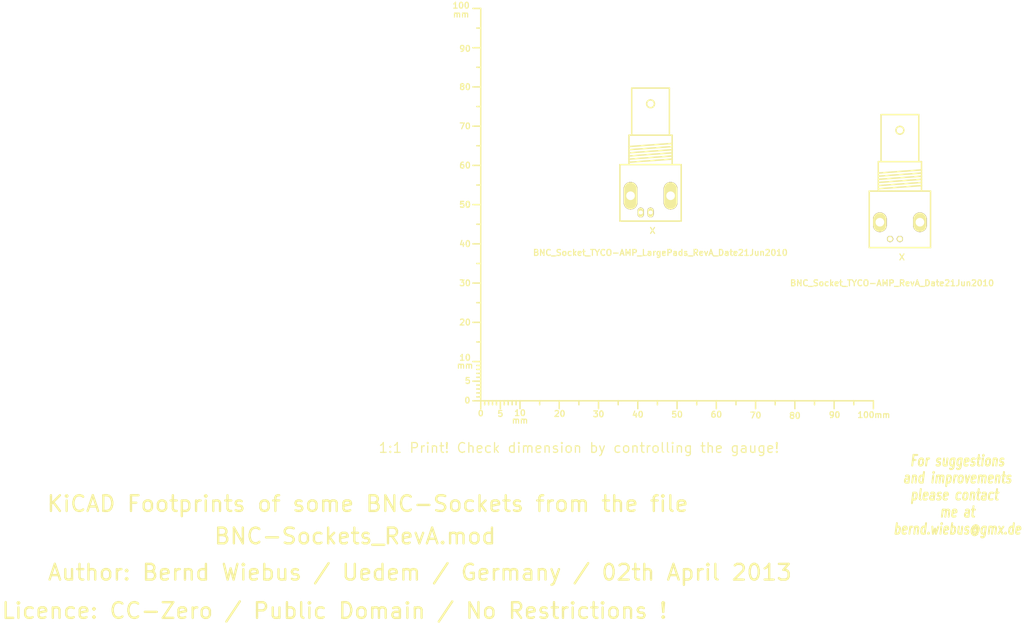
<source format=kicad_pcb>
(kicad_pcb (version 3) (host pcbnew "(2013-03-30 BZR 4007)-stable")

  (general
    (links 0)
    (no_connects 0)
    (area 13.77313 5.6024 274.079733 179.10071)
    (thickness 1.6002)
    (drawings 6)
    (tracks 0)
    (zones 0)
    (modules 3)
    (nets 1)
  )

  (page A4)
  (layers
    (15 Vorderseite signal)
    (0 Rückseite signal)
    (16 B.Adhes user)
    (17 F.Adhes user)
    (18 B.Paste user)
    (19 F.Paste user)
    (20 B.SilkS user)
    (21 F.SilkS user)
    (22 B.Mask user)
    (23 F.Mask user)
    (24 Dwgs.User user)
    (25 Cmts.User user)
    (26 Eco1.User user)
    (27 Eco2.User user)
    (28 Edge.Cuts user)
  )

  (setup
    (last_trace_width 0.2032)
    (trace_clearance 0.254)
    (zone_clearance 0.508)
    (zone_45_only no)
    (trace_min 0.2032)
    (segment_width 0.381)
    (edge_width 0.381)
    (via_size 0.889)
    (via_drill 0.635)
    (via_min_size 0.889)
    (via_min_drill 0.508)
    (uvia_size 0.508)
    (uvia_drill 0.127)
    (uvias_allowed no)
    (uvia_min_size 0.508)
    (uvia_min_drill 0.127)
    (pcb_text_width 0.3048)
    (pcb_text_size 1.524 2.032)
    (mod_edge_width 0.381)
    (mod_text_size 1.524 1.524)
    (mod_text_width 0.3048)
    (pad_size 1.524 1.524)
    (pad_drill 0.8128)
    (pad_to_mask_clearance 0.254)
    (aux_axis_origin 0 0)
    (visible_elements 7FFFFFFF)
    (pcbplotparams
      (layerselection 3178497)
      (usegerberextensions true)
      (excludeedgelayer true)
      (linewidth 60)
      (plotframeref false)
      (viasonmask false)
      (mode 1)
      (useauxorigin false)
      (hpglpennumber 1)
      (hpglpenspeed 20)
      (hpglpendiameter 15)
      (hpglpenoverlay 0)
      (psnegative false)
      (psa4output false)
      (plotreference true)
      (plotvalue true)
      (plotothertext true)
      (plotinvisibletext false)
      (padsonsilk false)
      (subtractmaskfromsilk false)
      (outputformat 1)
      (mirror false)
      (drillshape 1)
      (scaleselection 1)
      (outputdirectory ""))
  )

  (net 0 "")

  (net_class Default "Dies ist die voreingestellte Netzklasse."
    (clearance 0.254)
    (trace_width 0.2032)
    (via_dia 0.889)
    (via_drill 0.635)
    (uvia_dia 0.508)
    (uvia_drill 0.127)
    (add_net "")
  )

  (module Gauge_100mm_Type2_SilkScreenTop_RevA_Date22Jun2010 (layer Vorderseite) (tedit 4D963937) (tstamp 4D88F07A)
    (at 136 122.5)
    (descr "Gauge, Massstab, 100mm, SilkScreenTop, Type 2,")
    (tags "Gauge, Massstab, 100mm, SilkScreenTop, Type 2,")
    (path Gauge_100mm_Type2_SilkScreenTop_RevA_Date22Jun2010)
    (fp_text reference MSC (at 4.0005 8.99922) (layer F.SilkS) hide
      (effects (font (size 1.524 1.524) (thickness 0.3048)))
    )
    (fp_text value Gauge_100mm_Type2_SilkScreenTop_RevA_Date22Jun2010 (at 45.9994 8.99922) (layer F.SilkS) hide
      (effects (font (size 1.524 1.524) (thickness 0.3048)))
    )
    (fp_text user mm (at 9.99998 5.00126) (layer F.SilkS)
      (effects (font (size 1.524 1.524) (thickness 0.3048)))
    )
    (fp_text user mm (at -4.0005 -8.99922) (layer F.SilkS)
      (effects (font (size 1.524 1.524) (thickness 0.3048)))
    )
    (fp_text user mm (at -5.00126 -98.5012) (layer F.SilkS)
      (effects (font (size 1.524 1.524) (thickness 0.3048)))
    )
    (fp_text user 10 (at 10.00506 3.0988) (layer F.SilkS)
      (effects (font (size 1.50114 1.50114) (thickness 0.29972)))
    )
    (fp_text user 0 (at 0.00508 3.19786) (layer F.SilkS)
      (effects (font (size 1.39954 1.50114) (thickness 0.29972)))
    )
    (fp_text user 5 (at 5.0038 3.29946) (layer F.SilkS)
      (effects (font (size 1.50114 1.50114) (thickness 0.29972)))
    )
    (fp_text user 20 (at 20.1041 3.29946) (layer F.SilkS)
      (effects (font (size 1.50114 1.50114) (thickness 0.29972)))
    )
    (fp_text user 30 (at 30.00502 3.39852) (layer F.SilkS)
      (effects (font (size 1.50114 1.50114) (thickness 0.29972)))
    )
    (fp_text user 40 (at 40.005 3.50012) (layer F.SilkS)
      (effects (font (size 1.50114 1.50114) (thickness 0.29972)))
    )
    (fp_text user 50 (at 50.00498 3.50012) (layer F.SilkS)
      (effects (font (size 1.50114 1.50114) (thickness 0.29972)))
    )
    (fp_text user 60 (at 60.00496 3.50012) (layer F.SilkS)
      (effects (font (size 1.50114 1.50114) (thickness 0.29972)))
    )
    (fp_text user 70 (at 70.00494 3.70078) (layer F.SilkS)
      (effects (font (size 1.50114 1.50114) (thickness 0.29972)))
    )
    (fp_text user 80 (at 80.00492 3.79984) (layer F.SilkS)
      (effects (font (size 1.50114 1.50114) (thickness 0.29972)))
    )
    (fp_text user 90 (at 90.1065 3.60172) (layer F.SilkS)
      (effects (font (size 1.50114 1.50114) (thickness 0.29972)))
    )
    (fp_text user 100mm (at 100.10648 3.60172) (layer F.SilkS)
      (effects (font (size 1.50114 1.50114) (thickness 0.29972)))
    )
    (fp_line (start 0 -8.99922) (end -1.00076 -8.99922) (layer F.SilkS) (width 0.381))
    (fp_line (start 0 -8.001) (end -1.00076 -8.001) (layer F.SilkS) (width 0.381))
    (fp_line (start 0 -7.00024) (end -1.00076 -7.00024) (layer F.SilkS) (width 0.381))
    (fp_line (start 0 -5.99948) (end -1.00076 -5.99948) (layer F.SilkS) (width 0.381))
    (fp_line (start 0 -4.0005) (end -1.00076 -4.0005) (layer F.SilkS) (width 0.381))
    (fp_line (start 0 -2.99974) (end -1.00076 -2.99974) (layer F.SilkS) (width 0.381))
    (fp_line (start 0 -1.99898) (end -1.00076 -1.99898) (layer F.SilkS) (width 0.381))
    (fp_line (start 0 -1.00076) (end -1.00076 -1.00076) (layer F.SilkS) (width 0.381))
    (fp_line (start 0 0) (end -1.99898 0) (layer F.SilkS) (width 0.381))
    (fp_line (start 0 -5.00126) (end -1.99898 -5.00126) (layer F.SilkS) (width 0.381))
    (fp_line (start 0 -9.99998) (end -1.99898 -9.99998) (layer F.SilkS) (width 0.381))
    (fp_line (start 0 -15.00124) (end -1.00076 -15.00124) (layer F.SilkS) (width 0.381))
    (fp_line (start 0 -19.99996) (end -1.99898 -19.99996) (layer F.SilkS) (width 0.381))
    (fp_line (start 0 -25.00122) (end -1.00076 -25.00122) (layer F.SilkS) (width 0.381))
    (fp_line (start 0 -29.99994) (end -1.99898 -29.99994) (layer F.SilkS) (width 0.381))
    (fp_line (start 0 -35.0012) (end -1.00076 -35.0012) (layer F.SilkS) (width 0.381))
    (fp_line (start 0 -39.99992) (end -1.99898 -39.99992) (layer F.SilkS) (width 0.381))
    (fp_line (start 0 -45.00118) (end -1.00076 -45.00118) (layer F.SilkS) (width 0.381))
    (fp_line (start 0 -49.9999) (end -1.99898 -49.9999) (layer F.SilkS) (width 0.381))
    (fp_line (start 0 -55.00116) (end -1.00076 -55.00116) (layer F.SilkS) (width 0.381))
    (fp_line (start 0 -59.99988) (end -1.99898 -59.99988) (layer F.SilkS) (width 0.381))
    (fp_line (start 0 -65.00114) (end -1.00076 -65.00114) (layer F.SilkS) (width 0.381))
    (fp_line (start 0 -69.99986) (end -1.99898 -69.99986) (layer F.SilkS) (width 0.381))
    (fp_line (start 0 -75.00112) (end -1.00076 -75.00112) (layer F.SilkS) (width 0.381))
    (fp_line (start 0 -79.99984) (end -1.99898 -79.99984) (layer F.SilkS) (width 0.381))
    (fp_line (start 0 -85.0011) (end -1.00076 -85.0011) (layer F.SilkS) (width 0.381))
    (fp_line (start 0 -89.99982) (end -1.99898 -89.99982) (layer F.SilkS) (width 0.381))
    (fp_line (start 0 -95.00108) (end -1.00076 -95.00108) (layer F.SilkS) (width 0.381))
    (fp_line (start 0 0) (end 0 -99.9998) (layer F.SilkS) (width 0.381))
    (fp_line (start 0 -99.9998) (end -1.99898 -99.9998) (layer F.SilkS) (width 0.381))
    (fp_text user 100 (at -4.99872 -100.7491) (layer F.SilkS)
      (effects (font (size 1.50114 1.50114) (thickness 0.29972)))
    )
    (fp_text user 90 (at -4.0005 -89.7509) (layer F.SilkS)
      (effects (font (size 1.50114 1.50114) (thickness 0.29972)))
    )
    (fp_text user 80 (at -4.0005 -79.99984) (layer F.SilkS)
      (effects (font (size 1.50114 1.50114) (thickness 0.29972)))
    )
    (fp_text user 70 (at -4.0005 -69.99986) (layer F.SilkS)
      (effects (font (size 1.50114 1.50114) (thickness 0.29972)))
    )
    (fp_text user 60 (at -4.0005 -59.99988) (layer F.SilkS)
      (effects (font (size 1.50114 1.50114) (thickness 0.29972)))
    )
    (fp_text user 50 (at -4.0005 -49.9999) (layer F.SilkS)
      (effects (font (size 1.50114 1.50114) (thickness 0.34036)))
    )
    (fp_text user 40 (at -4.0005 -39.99992) (layer F.SilkS)
      (effects (font (size 1.50114 1.50114) (thickness 0.29972)))
    )
    (fp_text user 30 (at -4.0005 -29.99994) (layer F.SilkS)
      (effects (font (size 1.50114 1.50114) (thickness 0.29972)))
    )
    (fp_text user 20 (at -4.0005 -19.99996) (layer F.SilkS)
      (effects (font (size 1.50114 1.50114) (thickness 0.29972)))
    )
    (fp_line (start 95.00108 0) (end 95.00108 1.00076) (layer F.SilkS) (width 0.381))
    (fp_line (start 89.99982 0) (end 89.99982 1.99898) (layer F.SilkS) (width 0.381))
    (fp_line (start 85.0011 0) (end 85.0011 1.00076) (layer F.SilkS) (width 0.381))
    (fp_line (start 79.99984 0) (end 79.99984 1.99898) (layer F.SilkS) (width 0.381))
    (fp_line (start 75.00112 0) (end 75.00112 1.00076) (layer F.SilkS) (width 0.381))
    (fp_line (start 69.99986 0) (end 69.99986 1.99898) (layer F.SilkS) (width 0.381))
    (fp_line (start 65.00114 0) (end 65.00114 1.00076) (layer F.SilkS) (width 0.381))
    (fp_line (start 59.99988 0) (end 59.99988 1.99898) (layer F.SilkS) (width 0.381))
    (fp_line (start 55.00116 0) (end 55.00116 1.00076) (layer F.SilkS) (width 0.381))
    (fp_line (start 49.9999 0) (end 49.9999 1.99898) (layer F.SilkS) (width 0.381))
    (fp_line (start 45.00118 0) (end 45.00118 1.00076) (layer F.SilkS) (width 0.381))
    (fp_line (start 39.99992 0) (end 39.99992 1.99898) (layer F.SilkS) (width 0.381))
    (fp_line (start 35.0012 0) (end 35.0012 1.00076) (layer F.SilkS) (width 0.381))
    (fp_line (start 29.99994 0) (end 29.99994 1.99898) (layer F.SilkS) (width 0.381))
    (fp_line (start 25.00122 0) (end 25.00122 1.00076) (layer F.SilkS) (width 0.381))
    (fp_line (start 19.99996 0) (end 19.99996 1.99898) (layer F.SilkS) (width 0.381))
    (fp_line (start 15.00124 0) (end 15.00124 1.00076) (layer F.SilkS) (width 0.381))
    (fp_line (start 9.99998 0) (end 99.9998 0) (layer F.SilkS) (width 0.381))
    (fp_line (start 99.9998 0) (end 99.9998 1.99898) (layer F.SilkS) (width 0.381))
    (fp_text user 5 (at -3.302 -5.10286) (layer F.SilkS)
      (effects (font (size 1.50114 1.50114) (thickness 0.29972)))
    )
    (fp_text user 0 (at -3.4036 -0.10414) (layer F.SilkS)
      (effects (font (size 1.50114 1.50114) (thickness 0.29972)))
    )
    (fp_text user 10 (at -4.0005 -11.00074) (layer F.SilkS)
      (effects (font (size 1.50114 1.50114) (thickness 0.29972)))
    )
    (fp_line (start 8.99922 0) (end 8.99922 1.00076) (layer F.SilkS) (width 0.381))
    (fp_line (start 8.001 0) (end 8.001 1.00076) (layer F.SilkS) (width 0.381))
    (fp_line (start 7.00024 0) (end 7.00024 1.00076) (layer F.SilkS) (width 0.381))
    (fp_line (start 5.99948 0) (end 5.99948 1.00076) (layer F.SilkS) (width 0.381))
    (fp_line (start 4.0005 0) (end 4.0005 1.00076) (layer F.SilkS) (width 0.381))
    (fp_line (start 2.99974 0) (end 2.99974 1.00076) (layer F.SilkS) (width 0.381))
    (fp_line (start 1.99898 0) (end 1.99898 1.00076) (layer F.SilkS) (width 0.381))
    (fp_line (start 1.00076 0) (end 1.00076 1.00076) (layer F.SilkS) (width 0.381))
    (fp_line (start 5.00126 0) (end 5.00126 1.99898) (layer F.SilkS) (width 0.381))
    (fp_line (start 0 0) (end 0 1.99898) (layer F.SilkS) (width 0.381))
    (fp_line (start 0 0) (end 9.99998 0) (layer F.SilkS) (width 0.381))
    (fp_line (start 9.99998 0) (end 9.99998 1.99898) (layer F.SilkS) (width 0.381))
  )

  (module BNC_Socket_TYCO-AMP_RevA_Date21Jun2010 (layer Vorderseite) (tedit 523F4810) (tstamp 523F47E6)
    (at 242.75 76.25)
    (descr "BNC Socket TYCO AMP")
    (tags "BNC Socket TYCO AMP")
    (fp_text reference X (at 0.508 9.652) (layer F.SilkS)
      (effects (font (size 1.524 1.524) (thickness 0.3048)))
    )
    (fp_text value BNC_Socket_TYCO-AMP_RevA_Date21Jun2010 (at -2 16.25) (layer F.SilkS)
      (effects (font (size 1.524 1.524) (thickness 0.3048)))
    )
    (fp_line (start -5.4991 -11.80084) (end 5.4991 -12.60094) (layer F.SilkS) (width 0.381))
    (fp_line (start -5.4991 -11.00074) (end 5.4991 -11.80084) (layer F.SilkS) (width 0.381))
    (fp_line (start -5.4991 -10.20064) (end 5.4991 -11.00074) (layer F.SilkS) (width 0.381))
    (fp_line (start -5.4991 -9.40054) (end 5.4991 -10.20064) (layer F.SilkS) (width 0.381))
    (fp_line (start -5.4991 -8.60044) (end 5.4991 -9.40054) (layer F.SilkS) (width 0.381))
    (fp_line (start -5.4991 -7.80034) (end 5.4991 -8.60044) (layer F.SilkS) (width 0.381))
    (fp_circle (center 0 -22.69998) (end 1.00076 -22.69998) (layer F.SilkS) (width 0.381))
    (fp_line (start 4.8006 -14.69898) (end 4.8006 -26.70048) (layer F.SilkS) (width 0.381))
    (fp_line (start 4.8006 -26.70048) (end -4.8006 -26.70048) (layer F.SilkS) (width 0.381))
    (fp_line (start -4.8006 -26.70048) (end -4.8006 -14.69898) (layer F.SilkS) (width 0.381))
    (fp_line (start 5.4991 -7.2009) (end 5.4991 -14.69898) (layer F.SilkS) (width 0.381))
    (fp_line (start 5.4991 -14.69898) (end -5.4991 -14.69898) (layer F.SilkS) (width 0.381))
    (fp_line (start -5.4991 -14.69898) (end -5.4991 -7.2009) (layer F.SilkS) (width 0.381))
    (fp_line (start -7.80034 7.2009) (end 7.80034 7.2009) (layer F.SilkS) (width 0.381))
    (fp_line (start 7.80034 7.2009) (end 7.80034 -7.2009) (layer F.SilkS) (width 0.381))
    (fp_line (start 7.80034 -7.2009) (end -7.80034 -7.2009) (layer F.SilkS) (width 0.381))
    (fp_line (start -7.80034 -7.2009) (end -7.80034 7.2009) (layer F.SilkS) (width 0.381))
    (pad 2 thru_hole oval (at -5.09778 0.7366) (size 3.50012 5.00126) (drill 2.19964)
      (layers *.Cu *.Mask F.SilkS)
    )
    (pad 2 thru_hole oval (at 5.10032 0.7366) (size 3.50012 5.00126) (drill 2.19964)
      (layers *.Cu *.Mask F.SilkS)
    )
    (pad 1 thru_hole circle (at 0 5.00126) (size 1.6002 1.6002) (drill 1.00076)
      (layers *.Cu *.Mask F.SilkS)
    )
    (pad 2 thru_hole circle (at -2.49936 5.00126) (size 1.6002 1.6002) (drill 1.00076)
      (layers *.Cu *.Mask F.SilkS)
    )
    (model BNC-Socket_Wings3D_RevA_22Sep2013/BNC-Socket_RevA_Faktor03937_22Sep2013.wrl
      (at (xyz 0 0 0))
      (scale (xyz 0.3937 0.3937 0.3937))
      (rotate (xyz 0 0 0))
    )
  )

  (module BNC_Socket_TYCO-AMP_LargePads_RevA_Date21Jun2010 (layer Vorderseite) (tedit 523F480A) (tstamp 523F4950)
    (at 179.25 69.5)
    (descr "BNC Socket TYCO AMP")
    (tags "BNC Socket TYCO AMP")
    (fp_text reference X (at 0.508 9.652) (layer F.SilkS)
      (effects (font (size 1.524 1.524) (thickness 0.3048)))
    )
    (fp_text value BNC_Socket_TYCO-AMP_LargePads_RevA_Date21Jun2010 (at 2.5 15.25) (layer F.SilkS)
      (effects (font (size 1.524 1.524) (thickness 0.3048)))
    )
    (fp_line (start -5.4991 -11.80084) (end 5.4991 -12.60094) (layer F.SilkS) (width 0.381))
    (fp_line (start -5.4991 -11.00074) (end 5.4991 -11.80084) (layer F.SilkS) (width 0.381))
    (fp_line (start -5.4991 -10.20064) (end 5.4991 -11.00074) (layer F.SilkS) (width 0.381))
    (fp_line (start -5.4991 -9.40054) (end 5.4991 -10.20064) (layer F.SilkS) (width 0.381))
    (fp_line (start -5.4991 -8.60044) (end 5.4991 -9.40054) (layer F.SilkS) (width 0.381))
    (fp_line (start -5.4991 -7.80034) (end 5.4991 -8.60044) (layer F.SilkS) (width 0.381))
    (fp_circle (center 0 -22.69998) (end 1.00076 -22.69998) (layer F.SilkS) (width 0.381))
    (fp_line (start 4.8006 -14.69898) (end 4.8006 -26.70048) (layer F.SilkS) (width 0.381))
    (fp_line (start 4.8006 -26.70048) (end -4.8006 -26.70048) (layer F.SilkS) (width 0.381))
    (fp_line (start -4.8006 -26.70048) (end -4.8006 -14.69898) (layer F.SilkS) (width 0.381))
    (fp_line (start 5.4991 -7.2009) (end 5.4991 -14.69898) (layer F.SilkS) (width 0.381))
    (fp_line (start 5.4991 -14.69898) (end -5.4991 -14.69898) (layer F.SilkS) (width 0.381))
    (fp_line (start -5.4991 -14.69898) (end -5.4991 -7.2009) (layer F.SilkS) (width 0.381))
    (fp_line (start -7.80034 7.2009) (end 7.80034 7.2009) (layer F.SilkS) (width 0.381))
    (fp_line (start 7.80034 7.2009) (end 7.80034 -7.2009) (layer F.SilkS) (width 0.381))
    (fp_line (start 7.80034 -7.2009) (end -7.80034 -7.2009) (layer F.SilkS) (width 0.381))
    (fp_line (start -7.80034 -7.2009) (end -7.80034 7.2009) (layer F.SilkS) (width 0.381))
    (pad 2 thru_hole oval (at -5.09778 0.7366) (size 3.50012 7.00024) (drill 2.19964)
      (layers *.Cu *.Mask F.SilkS)
    )
    (pad 2 thru_hole oval (at 5.10032 0.7366) (size 3.50012 7.00024) (drill 2.19964)
      (layers *.Cu *.Mask F.SilkS)
    )
    (pad 1 thru_hole oval (at 0 5.00126) (size 1.6002 2.49936) (drill 1.00076)
      (layers *.Cu *.Mask F.SilkS)
    )
    (pad 2 thru_hole oval (at -2.49936 5.00126) (size 1.6002 2.49936) (drill 1.00076)
      (layers *.Cu *.Mask F.SilkS)
    )
    (model BNC-Socket_Wings3D_RevA_22Sep2013/BNC-Socket_RevA_Faktor03937_22Sep2013.wrl
      (at (xyz 0 0 0))
      (scale (xyz 0.3937 0.3937 0.3937))
      (rotate (xyz 0 0 0))
    )
  )

  (gr_text "Licence: CC-Zero / Public Domain / No Restrictions !" (at 98.7501 176.00064) (layer F.SilkS)
    (effects (font (size 4.0005 4.0005) (thickness 0.59944)))
  )
  (gr_text "For suggestions\nand improvements\nplease contact \nme at\nbernd.wiebus@gmx.de" (at 257.41884 146.4691) (layer F.SilkS)
    (effects (font (size 2.70002 1.99898) (thickness 0.50038) italic))
  )
  (gr_text "1:1 Print! Check dimension by controlling the gauge!" (at 161 134.5) (layer F.SilkS)
    (effects (font (size 2.49936 2.49936) (thickness 0.29972)))
  )
  (gr_text "Author: Bernd Wiebus / Uedem / Germany / 02th April 2013" (at 120.50012 166.24958) (layer F.SilkS)
    (effects (font (size 4.0005 4.0005) (thickness 0.59944)))
  )
  (gr_text BNC-Sockets_RevA.mod (at 104.00028 156.9989) (layer F.SilkS)
    (effects (font (size 4.0005 4.0005) (thickness 0.59944)))
  )
  (gr_text "KiCAD Footprints of some BNC-Sockets from the file " (at 108.75008 148.74898) (layer F.SilkS)
    (effects (font (size 4.0005 4.0005) (thickness 0.59944)))
  )

)

</source>
